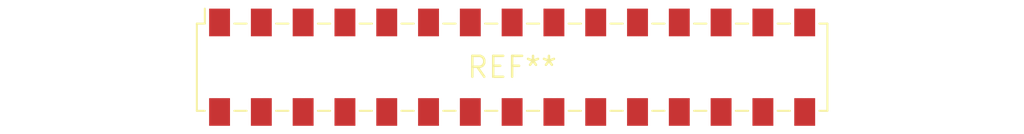
<source format=kicad_pcb>
(kicad_pcb (version 20240108) (generator pcbnew)
  (layers (0 "F.Cu" signal) (31 "B.Cu" signal) (34 "B.Paste" user) (35 "F.Paste" user) (36 "B.SilkS" user "B.Silkscreen") (37 "F.SilkS" user "F.Silkscreen") (38 "B.Mask" user) (39 "F.Mask" user) (44 "Edge.Cuts" user))
  (net 0 "")
  (footprint "Samtec_HLE-115-02-xxx-DV-BE-A_2x15_P2.54mm_Horizontal" (layer "F.Cu") (at 0 0)
    (property "Reference" "REF**")
    (property "Value" "Samtec_HLE-115-02-xxx-DV-BE-A_2x15_P2.54mm_Horizontal")
    (fp_line (start -19.16 -2.65) (end -19.16 2.65) (layer "F.SilkS") (stroke (width 0.12)))
    (fp_line (start -19.16 2.65) (end -18.675 2.65) (layer "F.SilkS") (stroke (width 0.12)))
    (fp_line (start -18.675 -3.56) (end -18.675 -2.65) (layer "F.SilkS") (stroke (width 0.12)))
    (fp_line (start -18.675 -2.65) (end -19.16 -2.65) (layer "F.SilkS") (stroke (width 0.12)))
    (fp_line (start -16.885 -2.65) (end -16.135 -2.65) (layer "F.SilkS") (stroke (width 0.12)))
    (fp_line (start -16.885 2.65) (end -16.135 2.65) (layer "F.SilkS") (stroke (width 0.12)))
    (fp_line (start -14.345 -2.65) (end -13.595 -2.65) (layer "F.SilkS") (stroke (width 0.12)))
    (fp_line (start -14.345 2.65) (end -13.595 2.65) (layer "F.SilkS") (stroke (width 0.12)))
    (fp_line (start -11.805 -2.65) (end -11.055 -2.65) (layer "F.SilkS") (stroke (width 0.12)))
    (fp_line (start -11.805 2.65) (end -11.055 2.65) (layer "F.SilkS") (stroke (width 0.12)))
    (fp_line (start -9.265 -2.65) (end -8.515 -2.65) (layer "F.SilkS") (stroke (width 0.12)))
    (fp_line (start -9.265 2.65) (end -8.515 2.65) (layer "F.SilkS") (stroke (width 0.12)))
    (fp_line (start -6.725 -2.65) (end -5.975 -2.65) (layer "F.SilkS") (stroke (width 0.12)))
    (fp_line (start -6.725 2.65) (end -5.975 2.65) (layer "F.SilkS") (stroke (width 0.12)))
    (fp_line (start -4.185 -2.65) (end -3.435 -2.65) (layer "F.SilkS") (stroke (width 0.12)))
    (fp_line (start -4.185 2.65) (end -3.435 2.65) (layer "F.SilkS") (stroke (width 0.12)))
    (fp_line (start -1.645 -2.65) (end -0.895 -2.65) (layer "F.SilkS") (stroke (width 0.12)))
    (fp_line (start -1.645 2.65) (end -0.895 2.65) (layer "F.SilkS") (stroke (width 0.12)))
    (fp_line (start 0.895 -2.65) (end 1.645 -2.65) (layer "F.SilkS") (stroke (width 0.12)))
    (fp_line (start 0.895 2.65) (end 1.645 2.65) (layer "F.SilkS") (stroke (width 0.12)))
    (fp_line (start 3.435 -2.65) (end 4.185 -2.65) (layer "F.SilkS") (stroke (width 0.12)))
    (fp_line (start 3.435 2.65) (end 4.185 2.65) (layer "F.SilkS") (stroke (width 0.12)))
    (fp_line (start 5.975 -2.65) (end 6.725 -2.65) (layer "F.SilkS") (stroke (width 0.12)))
    (fp_line (start 5.975 2.65) (end 6.725 2.65) (layer "F.SilkS") (stroke (width 0.12)))
    (fp_line (start 8.515 -2.65) (end 9.265 -2.65) (layer "F.SilkS") (stroke (width 0.12)))
    (fp_line (start 8.515 2.65) (end 9.265 2.65) (layer "F.SilkS") (stroke (width 0.12)))
    (fp_line (start 11.055 -2.65) (end 11.805 -2.65) (layer "F.SilkS") (stroke (width 0.12)))
    (fp_line (start 11.055 2.65) (end 11.805 2.65) (layer "F.SilkS") (stroke (width 0.12)))
    (fp_line (start 13.595 -2.65) (end 14.345 -2.65) (layer "F.SilkS") (stroke (width 0.12)))
    (fp_line (start 13.595 2.65) (end 14.345 2.65) (layer "F.SilkS") (stroke (width 0.12)))
    (fp_line (start 16.135 -2.65) (end 16.885 -2.65) (layer "F.SilkS") (stroke (width 0.12)))
    (fp_line (start 16.135 2.65) (end 16.885 2.65) (layer "F.SilkS") (stroke (width 0.12)))
    (fp_line (start 18.675 -2.65) (end 19.16 -2.65) (layer "F.SilkS") (stroke (width 0.12)))
    (fp_line (start 19.16 -2.65) (end 19.16 2.65) (layer "F.SilkS") (stroke (width 0.12)))
    (fp_line (start 19.16 2.65) (end 18.675 2.65) (layer "F.SilkS") (stroke (width 0.12)))
    (pad "" np_thru_hole circle (at -17.78 -1.27) (size 0.97 0.97) (drill 0.97) (layers *.Cu *.Mask))
    (pad "" np_thru_hole circle (at -17.78 1.27) (size 0.97 0.97) (drill 0.97) (layers *.Cu *.Mask))
    (pad "" np_thru_hole circle (at -16.51 0) (size 1.78 1.78) (drill 1.78) (layers *.Cu *.Mask))
    (pad "" np_thru_hole circle (at -15.24 -1.27) (size 0.97 0.97) (drill 0.97) (layers *.Cu *.Mask))
    (pad "" np_thru_hole circle (at -15.24 1.27) (size 0.97 0.97) (drill 0.97) (layers *.Cu *.Mask))
    (pad "" np_thru_hole circle (at -12.7 -1.27) (size 0.97 0.97) (drill 0.97) (layers *.Cu *.Mask))
    (pad "" np_thru_hole circle (at -12.7 1.27) (size 0.97 0.97) (drill 0.97) (layers *.Cu *.Mask))
    (pad "" np_thru_hole circle (at -10.16 -1.27) (size 0.97 0.97) (drill 0.97) (layers *.Cu *.Mask))
    (pad "" np_thru_hole circle (at -10.16 1.27) (size 0.97 0.97) (drill 0.97) (layers *.Cu *.Mask))
    (pad "" np_thru_hole circle (at -7.62 -1.27) (size 0.97 0.97) (drill 0.97) (layers *.Cu *.Mask))
    (pad "" np_thru_hole circle (at -7.62 1.27) (size 0.97 0.97) (drill 0.97) (layers *.Cu *.Mask))
    (pad "" np_thru_hole circle (at -5.08 -1.27) (size 0.97 0.97) (drill 0.97) (layers *.Cu *.Mask))
    (pad "" np_thru_hole circle (at -5.08 1.27) (size 0.97 0.97) (drill 0.97) (layers *.Cu *.Mask))
    (pad "" np_thru_hole circle (at -2.54 -1.27) (size 0.97 0.97) (drill 0.97) (layers *.Cu *.Mask))
    (pad "" np_thru_hole circle (at -2.54 1.27) (size 0.97 0.97) (drill 0.97) (layers *.Cu *.Mask))
    (pad "" np_thru_hole circle (at 0 -1.27) (size 0.97 0.97) (drill 0.97) (layers *.Cu *.Mask))
    (pad "" np_thru_hole circle (at 0 1.27) (size 0.97 0.97) (drill 0.97) (layers *.Cu *.Mask))
    (pad "" np_thru_hole circle (at 2.54 -1.27) (size 0.97 0.97) (drill 0.97) (layers *.Cu *.Mask))
    (pad "" np_thru_hole circle (at 2.54 1.27) (size 0.97 0.97) (drill 0.97) (layers *.Cu *.Mask))
    (pad "" np_thru_hole circle (at 5.08 -1.27) (size 0.97 0.97) (drill 0.97) (layers *.Cu *.Mask))
    (pad "" np_thru_hole circle (at 5.08 1.27) (size 0.97 0.97) (drill 0.97) (layers *.Cu *.Mask))
    (pad "" np_thru_hole circle (at 7.62 -1.27) (size 0.97 0.97) (drill 0.97) (layers *.Cu *.Mask))
    (pad "" np_thru_hole circle (at 7.62 1.27) (size 0.97 0.97) (drill 0.97) (layers *.Cu *.Mask))
    (pad "" np_thru_hole circle (at 10.16 -1.27) (size 0.97 0.97) (drill 0.97) (layers *.Cu *.Mask))
    (pad "" np_thru_hole circle (at 10.16 1.27) (size 0.97 0.97) (drill 0.97) (layers *.Cu *.Mask))
    (pad "" np_thru_hole circle (at 12.7 -1.27) (size 0.97 0.97) (drill 0.97) (layers *.Cu *.Mask))
    (pad "" np_thru_hole circle (at 12.7 1.27) (size 0.97 0.97) (drill 0.97) (layers *.Cu *.Mask))
    (pad "" np_thru_hole circle (at 15.24 -1.27) (size 0.97 0.97) (drill 0.97) (layers *.Cu *.Mask))
    (pad "" np_thru_hole circle (at 15.24 1.27) (size 0.97 0.97) (drill 0.97) (layers *.Cu *.Mask))
    (pad "" np_thru_hole circle (at 16.51 0) (size 1.78 1.78) (drill 1.78) (layers *.Cu *.Mask))
    (pad "" np_thru_hole circle (at 17.78 -1.27) (size 0.97 0.97) (drill 0.97) (layers *.Cu *.Mask))
    (pad "" np_thru_hole circle (at 17.78 1.27) (size 0.97 0.97) (drill 0.97) (layers *.Cu *.Mask))
    (pad "1" smd rect (at -17.78 -2.72) (size 1.27 1.68) (layers "F.Cu" "F.Paste" "F.Mask"))
    (pad "2" smd rect (at -17.78 2.72) (size 1.27 1.68) (layers "F.Cu" "F.Paste" "F.Mask"))
    (pad "3" smd rect (at -15.24 -2.72) (size 1.27 1.68) (layers "F.Cu" "F.Paste" "F.Mask"))
    (pad "4" smd rect (at -15.24 2.72) (size 1.27 1.68) (layers "F.Cu" "F.Paste" "F.Mask"))
    (pad "5" smd rect (at -12.7 -2.72) (size 1.27 1.68) (layers "F.Cu" "F.Paste" "F.Mask"))
    (pad "6" smd rect (at -12.7 2.72) (size 1.27 1.68) (layers "F.Cu" "F.Paste" "F.Mask"))
    (pad "7" smd rect (at -10.16 -2.72) (size 1.27 1.68) (layers "F.Cu" "F.Paste" "F.Mask"))
    (pad "8" smd rect (at -10.16 2.72) (size 1.27 1.68) (layers "F.Cu" "F.Paste" "F.Mask"))
    (pad "9" smd rect (at -7.62 -2.72) (size 1.27 1.68) (layers "F.Cu" "F.Paste" "F.Mask"))
    (pad "10" smd rect (at -7.62 2.72) (size 1.27 1.68) (layers "F.Cu" "F.Paste" "F.Mask"))
    (pad "11" smd rect (at -5.08 -2.72) (size 1.27 1.68) (layers "F.Cu" "F.Paste" "F.Mask"))
    (pad "12" smd rect (at -5.08 2.72) (size 1.27 1.68) (layers "F.Cu" "F.Paste" "F.Mask"))
    (pad "13" smd rect (at -2.54 -2.72) (size 1.27 1.68) (layers "F.Cu" "F.Paste" "F.Mask"))
    (pad "14" smd rect (at -2.54 2.72) (size 1.27 1.68) (layers "F.Cu" "F.Paste" "F.Mask"))
    (pad "15" smd rect (at 0 -2.72) (size 1.27 1.68) (layers "F.Cu" "F.Paste" "F.Mask"))
    (pad "16" smd rect (at 0 2.72) (size 1.27 1.68) (layers "F.Cu" "F.Paste" "F.Mask"))
    (pad "17" smd rect (at 2.54 -2.72) (size 1.27 1.68) (layers "F.Cu" "F.Paste" "F.Mask"))
    (pad "18" smd rect (at 2.54 2.72) (size 1.27 1.68) (layers "F.Cu" "F.Paste" "F.Mask"))
    (pad "19" smd rect (at 5.08 -2.72) (size 1.27 1.68) (layers "F.Cu" "F.Paste" "F.Mask"))
    (pad "20" smd rect (at 5.08 2.72) (size 1.27 1.68) (layers "F.Cu" "F.Paste" "F.Mask"))
    (pad "21" smd rect (at 7.62 -2.72) (size 1.27 1.68) (layers "F.Cu" "F.Paste" "F.Mask"))
    (pad "22" smd rect (at 7.62 2.72) (size 1.27 1.68) (layers "F.Cu" "F.Paste" "F.Mask"))
    (pad "23" smd rect (at 10.16 -2.72) (size 1.27 1.68) (layers "F.Cu" "F.Paste" "F.Mask"))
    (pad "24" smd rect (at 10.16 2.72) (size 1.27 1.68) (layers "F.Cu" "F.Paste" "F.Mask"))
    (pad "25" smd rect (at 12.7 -2.72) (size 1.27 1.68) (layers "F.Cu" "F.Paste" "F.Mask"))
    (pad "26" smd rect (at 12.7 2.72) (size 1.27 1.68) (layers "F.Cu" "F.Paste" "F.Mask"))
    (pad "27" smd rect (at 15.24 -2.72) (size 1.27 1.68) (layers "F.Cu" "F.Paste" "F.Mask"))
    (pad "28" smd rect (at 15.24 2.72) (size 1.27 1.68) (layers "F.Cu" "F.Paste" "F.Mask"))
    (pad "29" smd rect (at 17.78 -2.72) (size 1.27 1.68) (layers "F.Cu" "F.Paste" "F.Mask"))
    (pad "30" smd rect (at 17.78 2.72) (size 1.27 1.68) (layers "F.Cu" "F.Paste" "F.Mask"))
  )
)
</source>
